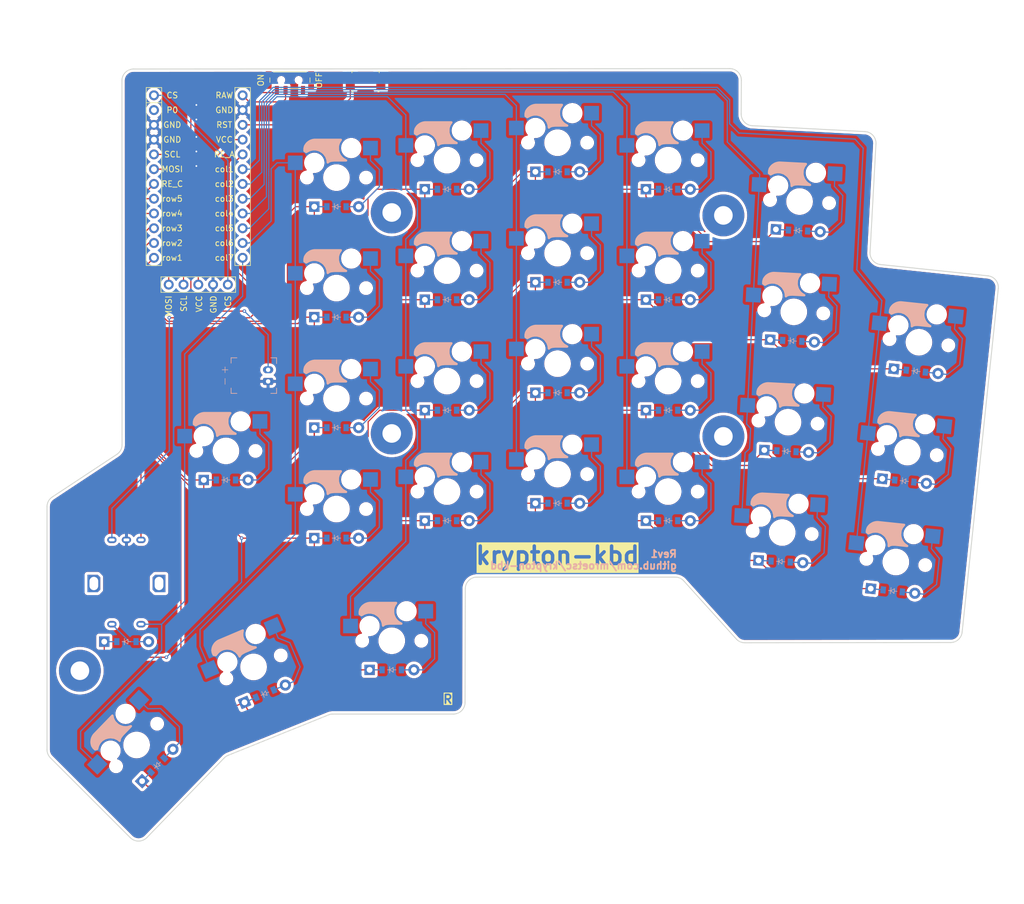
<source format=kicad_pcb>
(kicad_pcb (version 20241229) (generator "pcbnew") (generator_version "9.0")
  (title_block (title "Krypton Right") (date "2025-04-06") (rev "1") (company "mroetsc"))
  (layers (0 "F.Cu" signal) (2 "B.Cu" signal) (13 "F.Paste" user) (15 "B.Paste" user) (5 "F.SilkS" user "F.Silkscreen") (7 "B.SilkS" user "B.Silkscreen") (1 "F.Mask" user) (3 "B.Mask" user) (25 "Edge.Cuts" user))
  (net 0 "")
  (net 1 "col1")
  (net 2 "mirror_stretch_bottom")
  (net 3 "GND")
  (net 4 "mirror_stretch_home")
  (net 5 "mirror_stretch_top")
  (net 6 "col2")
  (net 7 "mirror_pinky_bottom")
  (net 8 "mirror_pinky_home")
  (net 9 "mirror_pinky_top")
  (net 10 "mirror_pinky_num")
  (net 11 "col3")
  (net 12 "mirror_ring_bottom")
  (net 13 "mirror_ring_home")
  (net 14 "mirror_ring_top")
  (net 15 "mirror_ring_num")
  (net 16 "col4")
  (net 17 "mirror_middle_bottom")
  (net 18 "mirror_middle_home")
  (net 19 "mirror_middle_top")
  (net 20 "mirror_middle_num")
  (net 21 "col5")
  (net 22 "mirror_index_bottom")
  (net 23 "mirror_index_home")
  (net 24 "mirror_index_top")
  (net 25 "mirror_index_num")
  (net 26 "col6")
  (net 27 "mirror_inner_bottom")
  (net 28 "mirror_inner_home")
  (net 29 "mirror_inner_top")
  (net 30 "mirror_inner_num")
  (net 31 "col7")
  (net 32 "mirror_brackets_home")
  (net 33 "mirror_super_cluster")
  (net 34 "mirror_space_cluster")
  (net 35 "mirror_layer_cluster")
  (net 36 "row4")
  (net 37 "row3")
  (net 38 "row2")
  (net 39 "row1")
  (net 40 "row5")
  (net 41 "RAW")
  (net 42 "RST")
  (net 43 "VCC")
  (net 44 "RE_A")
  (net 45 "CS")
  (net 46 "P0")
  (net 47 "SCL")
  (net 48 "MOSI")
  (net 49 "RE_C")
  (net 50 "mirror_encoder_encoder")
  (net 51 "BAT_P")
  (footprint "ceoloide:mounting_hole_plated" (layer "F.Cu") (at 247.580075 139.491273)
    (property "Reference" "H2" (hide yes))
    (property "Value" "")
  )
  (footprint "ceoloide:mcu_nice_nano" (layer "F.Cu") (at 157.330083 93.54128)
    (property "Reference" "MCU1" (hide yes))
    (property "Value" "")
  )
  (footprint "ceoloide:mounting_hole_plated" (layer "F.Cu") (at 136.980077 179.791272)
    (property "Reference" "H5" (hide yes))
    (property "Value" "")
  )
  (footprint "ceoloide:power_switch_smd_side" (layer "F.Cu") (at 173.080078 78.241277 90)
    (property "Reference" "PWR1" (hide yes))
    (property "Value" "")
  )
  (footprint "ceoloide:mounting_hole_plated" (layer "F.Cu") (at 190.580076 100.991274)
    (property "Reference" "H3" (hide yes))
    (property "Value" "")
  )
  (footprint "ceoloide:mounting_hole_plated" (layer "F.Cu") (at 190.58008 138.991273)
    (property "Reference" "H4" (hide yes))
    (property "Value" "")
  )
  (footprint "ceoloide:mounting_hole_plated" (layer "F.Cu") (at 247.580079 101.491278)
    (property "Reference" "H1" (hide yes))
    (property "Value" "")
  )
  (footprint "ceoloide:reset_switch_smd_side" (layer "F.Cu") (at 186.080069 78.491271)
    (property "Reference" "RST1" (hide yes))
    (property "Value" "")
  )
  (footprint "ceoloide:rotary_encoder_ec11_ec12" (layer "F.Cu") (at 144.980078 164.791276 180)
    (property "Reference" "RE1" (hide yes))
    (property "Value" "")
  )
  (footprint "ceoloide:display_nice_view" (layer "F.Cu") (at 157.330076 96.691275)
    (property "Reference" "DISP1" (hide yes))
    (property "Value" "")
  )
  (footprint "ceoloide:switch_mx" (layer "B.Cu") (at 190.580077 174.641275)
    (property "Reference" "S25" (hide yes))
    (property "Value" "")
  )
  (footprint "ceoloide:switch_mx" (layer "B.Cu") (at 181.080078 94.991275)
    (property "Reference" "S23" (hide yes))
    (property "Value" "")
  )
  (footprint "ceoloide:switch_mx" (layer "B.Cu") (at 219.080076 126.991274)
    (property "Reference" "S13" (hide yes))
    (property "Value" "")
  )
  (footprint "ceoloide:switch_mx" (layer "B.Cu") (at 238.080072 129.991272)
    (property "Reference" "S9" (hide yes))
    (property "Value" "")
  )
  (footprint "ceoloide:diode_tht_sod123" (layer "B.Cu") (at 258.421426 142.046338 -3)
    (property "Reference" "D5" (hide yes))
    (property "Value" "")
  )
  (footprint "ceoloide:diode_tht_sod123" (layer "B.Cu") (at 181.080075 156.991269)
    (property "Reference" "D20" (hide yes))
    (property "Value" "")
  )
  (footprint "ceoloide:switch_mx" (layer "B.Cu") (at 181.080086 151.991272)
    (property "Reference" "S20" (hide yes))
    (property "Value" "")
  )
  (footprint "ceoloide:switch_mx" (layer "B.Cu") (at 162.080077 141.991276)
    (property "Reference" "S24" (hide yes))
    (property "Value" "")
  )
  (footprint "ceoloide:diode_tht_sod123" (layer "B.Cu") (at 259.415808 123.07238 -3)
    (property "Reference" "D6" (hide yes))
    (property "Value" "")
  )
  (footprint "ceoloide:switch_mx" (layer "B.Cu") (at 146.726373 192.563414 46)
    (property "Reference" "S27" (hide yes))
    (property "Value" "")
  )
  (footprint "ceoloide:diode_tht_sod123" (layer "B.Cu") (at 219.080083 93.991274)
    (property "Reference" "D15" (hide yes))
    (property "Value" "")
  )
  (footprint "ceoloide:switch_mx" (layer "B.Cu") (at 281.187932 123.304235 -6)
    (property "Reference" "S3" (hide yes))
    (property "Value" "")
  )
  (footprint "ceoloide:diode_tht_sod123" (layer "B.Cu") (at 219.080078 150.991271)
    (property "Reference" "D12" (hide yes))
    (property "Value" "")
  )
  (footprint "ceoloide:diode_tht_sod123" (layer "B.Cu") (at 238.080076 115.991272)
    (property "Reference" "D10" (hide yes))
    (property "Value" "")
  )
  (footprint "ceoloide:diode_tht_sod123" (layer "B.Cu") (at 144.980077 174.791276)
    (property "Reference" "D28" (hide yes))
    (property "Value" "")
  )
  (footprint "ceoloide:diode_tht_sod123" (layer "B.Cu") (at 150.323078 196.036701 46)
    (property "Reference" "D27" (hide yes))
    (property "Value" "")
  )
  (footprint "ceoloide:diode_tht_sod123" (layer "B.Cu") (at 219.080079 131.991276)
    (property "Reference" "D13" (hide yes))
    (property "Value" "")
  )
  (footprint "ceoloide:diode_tht_sod123" (layer "B.Cu") (at 168.783731 183.743797 23)
    (property "Reference" "D26" (hide yes))
    (property "Value" "")
  )
  (footprint "ceoloide:switch_mx" (layer "B.Cu") (at 238.080079 148.991278)
    (property "Reference" "S8" (hide yes))
    (property "Value" "")
  )
  (footprint "ceoloide:switch_mx" (layer "B.Cu") (at 219.080083 145.991273)
    (property "Reference" "S12" (hide yes))
    (property "Value" "")
  )
  (footprint "ceoloide:diode_tht_sod123" (layer "B.Cu") (at 181.080074 137.991274)
    (property "Reference" "D21" (hide yes))
    (property "Value" "")
  )
  (footprint "ceoloide:switch_mx" (layer "B.Cu") (at 279.201889 142.200146 -6)
    (property "Reference" "S2" (hide yes))
    (property "Value" "")
  )
  (footprint "ceoloide:switch_mx" (layer "B.Cu") (at 277.215849 161.096063 -6)
    (property "Reference" "S1" (hide yes))
    (property "Value" "")
  )
  (footprint "ceoloide:battery_connector_jst_ph_2" (layer "B.Cu") (at 169.330077 129.041276 -90)
    (property "Reference" "JST1" (hide yes))
    (property "Value" "")
  )
  (footprint "ceoloide:diode_tht_sod123" (layer "B.Cu") (at 260.410186 104.09842 -3)
    (property "Reference" "D7" (hide yes))
    (property "Value" "")
  )
  (footprint "ceoloide:switch_mx" (layer "B.Cu") (at 257.688717 156.027151 -3)
    (property "Reference" "S4" (hide yes))
    (property "Value" "")
  )
  (footprint "ceoloide:switch_mx" (layer "B.Cu") (at 200.080082 129.991279)
    (property "Reference" "S17" (hide yes))
    (property "Value" "")
  )
  (footprint "ceoloide:diode_tht_sod123" (layer "B.Cu") (at 278.679244 147.172754 -6)
    (property "Reference" "D2" (hide yes))
    (property "Value" "")
  )
  (footprint "ceoloide:switch_mx" (layer "B.Cu") (at 181.080074 113.991275)
    (property "Reference" "S22" (hide yes))
    (property "Value" "")
  )
  (footprint "ceoloide:diode_tht_sod123" (layer "B.Cu") (at 257.427042 161.020297 -3)
    (property "Reference" "D4" (hide yes))
    (property "Value" "")
  )
  (footprint "ceoloide:diode_tht_sod123" (layer "B.Cu") (at 181.080086 118.991275)
    (property "Reference" "D22" (hide yes))
    (property "Value" "")
  )
  (footprint "ceoloide:switch_mx" (layer "B.Cu") (at 166.830081 179.141276 23)
    (property "Reference" "S26" (hide yes))
    (property "Value" "")
  )
  (footprint "ceoloide:diode_tht_sod123" (layer "B.Cu") (at 238.080082 153.991277)
    (property "Reference" "D8" (hide yes))
    (property "Value" "")
  )
  (footprint "ceoloide:diode_tht_sod123" (layer "B.Cu") (at 162.080081 146.991271)
    (property "Reference" "D24" (hide yes))
    (property "Value" "")
  )
  (footprint "ceoloide:switch_mx" (layer "B.Cu") (at 200.080076 91.991273)
    (property "Reference" "S19" (hide yes))
    (property "Value" "")
  )
  (footprint "ceoloide:switch_mx" (layer "B.Cu") (at 181.080077 132.991277)
    (property "Reference" "S21" (hide yes))
    (property "Value" "")
  )
  (footprint "ceoloide:diode_tht_sod123" (layer "B.Cu") (at 280.665284 128.276841 -6)
    (property "Reference" "D3" (hide yes))
    (property "Value" "")
  )
  (footprint "ceoloide:diode_tht_sod123" (layer "B.Cu") (at 200.080076 153.991276)
    (property "Reference" "D16" (hide yes))
    (property "Value" "")
  )
  (footprint "ceoloide:switch_mx" (layer "B.Cu") (at 238.080081 110.991274)
    (property "Reference" "S10" (hide yes))
    (property "Value" "")
  )
  (footprint "ceoloide:diode_tht_sod123" (layer "B.Cu") (at 219.08008 112.991271)
    (property "Reference" "D14" (hide yes))
    (property "Value" "")
  )
  (footprint "ceoloide:diode_tht_sod123" (layer "B.Cu") (at 200.080078 134.991274)
    (property "Reference" "D17" (hide yes))
    (property "Value" "")
  )
  (footprint "ceoloide:diode_tht_sod123" (layer "B.Cu") (at 238.080075 134.991272)
    (property "Reference" "D9" (hide yes))
    (property "Value" "")
  )
  (footprint "ceoloide:switch_mx" (layer "B.Cu") (at 219.080076 107.99127)
    (property "Reference" "S14" (hide yes))
    (property "Value" "")
  )
  (footprint "ceoloide:diode_tht_sod123" (layer "B.Cu") (at 276.693201 166.068669 -6)
    (property "Reference" "D1" (hide yes))
    (property "Value" "")
  )
  (footprint "ceoloide:diode_tht_sod123" (layer "B.Cu") (at 238.080071 96.991277)
    (property "Reference" "D11" (hide yes))
    (property "Value" "")
  )
  (footprint "ceoloide:switch_mx" (layer "B.Cu") (at 219.080073 88.991271)
    (property "Reference" "S15" (hide yes))
    (property "Value" "")
  )
  (footprint "ceoloide:diode_tht_sod123" (layer "B.Cu") (at 200.080076 115.991277)
    (property "Reference" "D18" (hide yes))
    (property "Value" "")
  )
  (footprint "ceoloide:switch_mx" (layer "B.Cu") (at 200.08008 110.991274)
    (property "Reference" "S18" (hide yes))
    (property "Value" "")
  )
  (footprint "ceoloide:diode_tht_sod123" (layer "B.Cu") (at 181.080072 99.991274)
    (property "Reference" "D23" (hide yes))
    (property "Value" "")
  )
  (footprint "ceoloide:switch_mx" (layer "B.Cu") (at 258.683104 137.053194 -3)
    (property "Reference" "S5" (hide yes))
    (property "Value" "")
  )
  (footprint "ceoloide:diode_tht_sod123" (layer "B.Cu") (at 190.580081 179.641281)
    (property "Reference" "D25" (hide yes))
    (property "Value" "")
  )
  (footprint "ceoloide:switch_mx" (layer "B.Cu") (at 260.671866 99.105273 -3)
    (property "Reference" "S7" (hide yes))
    (property "Value" "")
  )
  (footprint "ceoloide:switch_mx" (layer "B.Cu") (at 238.080074 91.991271)
    (property "Reference" "S11" (hide yes))
    (property "Value" "")
  )
  (footprint "ceoloide:switch_mx" (layer "B.Cu") (at 259.677485 118.079231 -3)
    (property "Reference" "S6" (hide yes))
    (property "Value" "")
  )
  (footprint "ceoloide:switch_mx" (layer "B.Cu") (at 200.080074 148.991269)
    (property "Reference" "S16" (hide yes))
    (property "Value" "")
  )
  (footprint "ceoloide:diode_tht_sod123" (layer "B.Cu") (at 200.080076 96.991278)
    (property "Reference" "D19" (hide yes))
    (property "Value" "")
  )
  (gr_line (start 131.915868 194.77706) (end 145.644811 208.506008) (stroke (width 0.15)) (layer "Edge.Cuts"))
  (gr_line (start 248.669473 76.242787) (end 146.204333 76.319778) (stroke (width 0.15)) (layer "Edge.Cuts"))
  (gr_line (start 272.79216 107.842835) (end 273.805391 89.182802) (stroke (width 0.15)) (layer "Edge.Cuts"))
  (gr_arc (start 161.785116 194.795079) (mid 162.104795 194.528069) (end 162.472849 194.333071) (stroke (width 0.15)) (layer "Edge.Cuts"))
  (gr_arc (start 131.915868 194.77706) (mid 131.482334 194.128211) (end 131.330072 193.362848) (stroke (width 0.15)) (layer "Edge.Cuts"))
  (gr_arc (start 293.046918 111.881253) (mid 294.392169 112.611648) (end 294.826907 114.079361) (stroke (width 0.15)) (layer "Edge.Cuts"))
  (gr_arc (start 203.225841 165.687023) (mid 203.813125 164.275563) (end 205.225836 163.691272) (stroke (width 0.15)) (layer "Edge.Cuts"))
  (gr_arc (start 252.539939 86.061801) (mid 251.190751 85.437955) (end 250.644632 84.055471) (stroke (width 0.15)) (layer "Edge.Cuts"))
  (gr_line (start 205.225836 163.691272) (end 239.291483 163.691273) (stroke (width 0.15)) (layer "Edge.Cuts"))
  (gr_line (start 203.184317 185.245518) (end 203.225841 165.687023) (stroke (width 0.15)) (layer "Edge.Cuts"))
  (gr_line (start 144.205837 78.32053) (end 144.229664 140.914867) (stroke (width 0.15)) (layer "Edge.Cuts"))
  (gr_line (start 131.330075 151.587191) (end 131.330072 193.362848) (stroke (width 0.15)) (layer "Edge.Cuts"))
  (gr_arc (start 248.669473 76.242787) (mid 250.087871 76.831242) (end 250.670955 78.251854) (stroke (width 0.15)) (layer "Edge.Cuts"))
  (gr_line (start 271.913009 87.077097) (end 252.539939 86.061801) (stroke (width 0.15)) (layer "Edge.Cuts"))
  (gr_line (start 148.49398 208.484952) (end 161.785116 194.795079) (stroke (width 0.15)) (layer "Edge.Cuts"))
  (gr_arc (start 288.617765 173.155368) (mid 287.967914 174.431811) (end 286.631185 174.946309) (stroke (width 0.15)) (layer "Edge.Cuts"))
  (gr_arc (start 239.291483 163.691273) (mid 240.103543 163.863543) (end 240.775688 164.350709) (stroke (width 0.15)) (layer "Edge.Cuts"))
  (gr_arc (start 148.493981 208.484951) (mid 147.073799 209.091737) (end 145.644811 208.506008) (stroke (width 0.15)) (layer "Edge.Cuts"))
  (gr_line (start 250.644632 84.055471) (end 250.670955 78.251854) (stroke (width 0.15)) (layer "Edge.Cuts"))
  (gr_arc (start 144.205837 78.32053) (mid 144.790823 76.906363) (end 146.204333 76.319778) (stroke (width 0.15)) (layer "Edge.Cuts"))
  (gr_arc (start 179.7205 187.386106) (mid 180.087158 187.277818) (end 180.467724 187.241275) (stroke (width 0.15)) (layer "Edge.Cuts"))
  (gr_arc (start 271.913009 87.077097) (mid 273.295871 87.73751) (end 273.805391 89.182802) (stroke (width 0.15)) (layer "Edge.Cuts"))
  (gr_arc (start 131.330075 151.587191) (mid 131.568749 150.639666) (end 132.227854 149.918326) (stroke (width 0.15)) (layer "Edge.Cuts"))
  (gr_arc (start 144.229664 140.914867) (mid 143.991167 141.862808) (end 143.331894 142.584492) (stroke (width 0.15)) (layer "Edge.Cuts"))
  (gr_line (start 143.331894 142.584492) (end 132.227854 149.918326) (stroke (width 0.15)) (layer "Edge.Cuts"))
  (gr_arc (start 203.184317 185.245518) (mid 202.597031 186.65698) (end 201.184327 187.241275) (stroke (width 0.15)) (layer "Edge.Cuts"))
  (gr_line (start 251.276289 174.989866) (end 286.631185 174.946309) (stroke (width 0.15)) (layer "Edge.Cuts"))
  (gr_arc (start 274.580158 109.940323) (mid 273.267165 109.248741) (end 272.79216 107.842835) (stroke (width 0.15)) (layer "Edge.Cuts"))
  (gr_line (start 240.775688 164.350709) (end 249.789623 174.330442) (stroke (width 0.15)) (layer "Edge.Cuts"))
  (gr_line (start 293.046918 111.881253) (end 274.580158 109.940323) (stroke (width 0.15)) (layer "Edge.Cuts"))
  (gr_line (start 162.472849 194.333071) (end 179.7205 187.386106) (stroke (width 0.15)) (layer "Edge.Cuts"))
  (gr_line (start 180.467724 187.241275) (end 201.184327 187.241275) (stroke (width 0.15)) (layer "Edge.Cuts"))
  (gr_line (start 288.617765 173.155368) (end 294.826907 114.079361) (stroke (width 0.15)) (layer "Edge.Cuts"))
  (gr_arc (start 251.276289 174.989866) (mid 250.462896 174.818099) (end 249.789623 174.330442) (stroke (width 0.15)) (layer "Edge.Cuts"))
  (gr_text "R" (at 199.261854 185.562244 0) (layer "F.SilkS" knockout) (effects (font (size 1.5 1.5) (thickness 0.3) (bold yes)) (justify left bottom)))
  (gr_text "krypton-kbd" (at 219.080073 159.991275 0) (layer "F.SilkS" knockout) (effects (font (size 3 3) (thickness 0.6) (bold yes))))
  (gr_text "Rev1\ngithub.com/mroetsc/krypton-kbd" (at 239.749799 162.449494 0) (layer "B.SilkS") (effects (font (size 1.25 1.25) (thickness 0.3) (bold yes)) (justify left bottom mirror)))
  (segment (start 168.08047 81.573268) (end 167.84557 81.808167) (width 0.2) (layer "B.Cu") (net 1))
  (segment (start 270.210521 88.372108) (end 250.237932 87.325389) (width 0.2) (layer "B.Cu") (net 1))
  (segment (start 167.84557 81.808167) (end 167.84557 82.140368) (width 0.2) (layer "B.Cu") (net 1))
  (segment (start 274.815798 116.150466) (end 270.510145 110.833428) (width 0.2) (layer "B.Cu") (net 1))
  (segment (start 270.510145 110.833428) (end 271.606068 89.922018) (width 0.2) (layer "B.Cu") (net 1))
  (segment (start 271.606068 89.922018) (end 270.210521 88.372108) (width 0.2) (layer "B.Cu") (net 1))
  (segment (start 248.650799 85.738257) (end 248.650799 81.613398) (width 0.2) (layer "B.Cu") (net 1))
  (segment (start 169.944571 79.709169) (end 168.08047 81.573268) (width 0.2) (layer "B.Cu") (net 1))
  (segment (start 250.237932 87.325389) (end 248.650799 85.738257) (width 0.2) (layer "B.Cu") (net 1))
  (segment (start 166.27856 93.54128) (end 164.950082 93.541278) (width 0.2) (layer "B.Cu") (net 1))
  (segment (start 272.4212 138.93347) (end 270.435162 157.829395) (width 0.2) (layer "B.Cu") (net 1))
  (segment (start 248.650799 81.613398) (end 246.51167 79.474269) (width 0.2) (layer "B.Cu") (net 1))
  (segment (start 246.345571 79.474268) (end 170.179469 79.474267) (width 0.2) (layer "B.Cu") (net 1))
  (segment (start 167.845569 91.974268) (end 166.27856 93.54128) (width 0.2) (layer "B.Cu") (net 1))
  (segment (start 170.179469 79.474267) (end 169.944571 79.709169) (width 0.2) (layer "B.Cu") (net 1))
  (segment (start 246.51167 79.474269) (end 246.345571 79.474268) (width 0.2) (layer "B.Cu") (net 1))
  (segment (start 274.407246 120.037564) (end 274.815798 116.150466) (width 0.2) (layer "B.Cu") (net 1))
  (segment (start 274.407246 120.037559) (end 272.4212 138.93347) (width 0.2) (layer "B.Cu") (net 1))
  (segment (start 167.84557 82.140368) (end 167.845569 91.974268) (width 0.2) (layer "B.Cu") (net 1))
  (segment (start 280.482332 166.466928) (end 282.132265 166.640343) (width 0.2) (layer "B.Cu") (net 2))
  (segment (start 284.685579 160.478269) (end 283.330795 158.80526) (width 0.2) (layer "B.Cu") (net 2))
  (segment (start 283.330795 158.80526) (end 283.556847 156.654542) (width 0.2) (layer "B.Cu") (net 2))
  (segment (start 278.334161 166.24114) (end 280.482332 166.466928) (width 0.2) (layer "B.Cu") (net 2))
  (segment (start 282.132265 166.640343) (end 284.215195 164.953621) (width 0.2) (layer "B.Cu") (net 2))
  (segment (start 284.215195 164.953621) (end 284.685579 160.478269) (width 0.2) (layer "B.Cu") (net 2))
  (via (at 157 88) (size 0.6) (drill 0.3) (layers "F.Cu" "B.Cu") (net 3))
  (via (at 157 85) (size 0.6) (drill 0.3) (layers "F.Cu" "B.Cu") (net 3))
  (via (at 157 93) (size 0.6) (drill 0.3) (layers "F.Cu" "B.Cu") (net 3))
  (via (at 157 90.5) (size 0.6) (drill 0.3) (layers "F.Cu" "B.Cu") (net 3))
  (via (at 157 82.5) (size 0.6) (drill 0.3) (layers "F.Cu" "B.Cu") (net 3))
  (segment (start 282.468373 147.571002) (end 284.118301 147.744422) (width 0.2) (layer "B.Cu") (net 4))
  (segment (start 280.320203 147.345226) (end 282.468373 147.571002) (width 0.2) (layer "B.Cu") (net 4))
  (segment (start 284.118301 147.744422) (end 286.201241 146.0577) (width 0.2) (layer "B.Cu") (net 4))
  (segment (start 286.201241 146.0577) (end 286.671614 141.582348) (width 0.2) (layer "B.Cu") (net 4))
  (segment (start 285.316844 139.909344) (end 285.54289 137.758629) (width 0.2) (layer "B.Cu") (net 4))
  (segment (start 286.671614 141.582348) (end 285.316844 139.909344) (width 0.2) (layer "B.Cu") (net 4))
  (segment (start 282.306243 128.449312) (end 284.454418 128.675093) (width 0.2) (layer "B.Cu") (net 5))
  (segment (start 287.302875 121.013428) (end 287.528931 118.862715) (width 0.2) (layer "B.Cu") (net 5))
  (segment (start 288.187277 127.161779) (end 288.657662 122.68643) (width 0.2) (layer "B.Cu") (net 5))
  (segment (start 288.657662 122.68643) (end 287.302875 121.013428) (width 0.2) (layer "B.Cu") (net 5))
  (segment (start 284.454418 128.675093) (end 286.104345 128.848504) (width 0.2) (layer "B.Cu") (net 5))
  (segment (start 286.104345 128.848504) (end 288.187277 127.161779) (width 0.2) (layer "B.Cu") (net 5))
  (segment (start 252.258511 138.127828) (end 252.075337 141.623032) (width 0.2) (layer "B.Cu") (net 6))
  (segment (start 168.427816 81.793024) (end 168.481469 81.73937) (width 0.2) (layer "B.Cu") (net 6))
  (segment (start 168.481469 81.73937) (end 168.481469 81.739371) (width 0.2) (layer "B.Cu") (net 6))
  (segment (start 251.572015 137.365397) (end 252.258511 138.127828) (width 0.2) (layer "B.Cu") (net 6))
  (segment (start 166.238561 96.081277) (end 168.24657 94.073269) (width 0.2) (layer "B.Cu") (net 6))
  (segment (start 248.249799 85.904357) (end 248.2498 88.869421) (width 0.2) (layer "B.Cu") (net 6))
  (segment (start 168.246571 81.974264) (end 168.427816 81.793024) (width 0.2) (layer "B.Cu") (net 6))
  (segment (start 168.246571 81.974266) (end 168.246571 81.974264) (width 0.2) (layer "B.Cu") (net 6))
  (segment (start 248.2498 88.869421) (end 253.821577 94.4412) (width 0.2) (layer "B.Cu") (net 6))
  (segment (start 170.110673 80.110168) (end 170.204633 80.016207) (width 0.2) (layer "B.Cu") (net 6))
  (segment (start 251.312909 142.309525) (end 250.746364 153.119839) (width 0.2) (layer "B.Cu") (net 6))
  (segment (start 248.249799 85.572157) (end 248.249799 85.904357) (width 0.2) (layer "B.Cu") (net 6))
  (segment (start 253.821577 94.4412) (end 253.729511 96.197954) (width 0.2) (layer "B.Cu") (net 6))
  (segment (start 253.729517 96.197952) (end 251.572015 137.365397) (width 0.2) (layer "B.Cu") (net 6))
  (segment (start 168.24657 94.073269) (end 168.246571 81.974266) (width 0.2) (layer "B.Cu") (net 6))
  (segment (start 246.345568 79.875268) (end 248.249799 81.779498) (width 0.2) (layer "B.Cu") (net 6))
  (segment (start 170.204633 80.016207) (end 170.345571 79.875269) (width 0.2) (layer "B.Cu") (net 6))
  (segment (start 164.95008 96.081278) (end 166.238561 96.081277) (width 0.2) (layer "B.Cu") (net 6))
  (segment (start 252.075337 141.623032) (end 251.312909 142.309525) (width 0.2) (layer "B.Cu") (net 6))
  (segment (start 248.249799 81.779498) (end 248.249799 85.572157) (width 0.2) (layer "B.Cu") (net 6))
  (segment (start 168.481469 81.739371) (end 170.110672 80.110167) (width 0.2) (layer "B.Cu") (net 6))
  (segment (start 170.345571 79.875269) (end 170.345571 79.875268) (width 0.2) (layer "B.Cu") (net 6))
  (segment (start 170.345571 79.875268) (end 246.345568 79.875268) (width 0.2) (layer "B.Cu") (net 6))
  (segment (start 170.110672 80.110167) (end 170.110673 80.110168) (width 0.2) (layer "B.Cu") (net 6))
  (segment (start 262.888564 161.306522) (end 264.880363 159.513108) (width 0.2) (layer "B.Cu") (net 7))
  (segment (start 261.231819 161.2197) (end 262.888564 161.306522) (width 0.2) (layer "B.Cu") (net 7))
  (segment (start 265.115873 155.01927) (end 263.675404 153.419458) (width 0.2) (layer "B.Cu") (net 7))
  (segment (start 264.880363 159.513108) (end 265.115873 155.01927) (width 0.2) (layer "B.Cu") (net 7))
  (segment (start 259.074783 161.106659) (end 261.231819 161.2197) (width 0.2) (layer "B.Cu") (net 7))
  (segment (start 263.675404 153.419458) (end 263.788581 151.259863) (width 0.2) (layer "B.Cu") (net 7))
  (segment (start 262.226202 142.24574) (end 263.882946 142.332564) (width 0.2) (layer "B.Cu") (net 8))
  (segment (start 265.874749 140.539143) (end 266.110258 136.045299) (width 0.2) (layer "B.Cu") (net 8))
  (segment (start 263.882946 142.332564) (end 265.874749 140.539143) (width 0.2) (layer "B.Cu") (net 8))
  (segment (start 264.669788 134.445498) (end 264.782963 132.285895) (width 0.2) (layer "B.Cu") (net 8))
  (segment (start 260.069166 142.1327) (end 262.226202 142.24574) (width 0.2) (layer "B.Cu") (net 8))
  (segment (start 266.110258 136.045299) (end 264.669788 134.445498) (width 0.2) (layer "B.Cu") (net 8))
  (segment (start 265.664171 115.471536) (end 265.777343 113.311939) (width 0.2) (layer "B.Cu") (net 9))
  (segment (start 261.063545 123.158731) (end 263.220586 123.271784) (width 0.2) (layer "B.Cu") (net 9))
  (segment (start 264.877335 123.358601) (end 266.869131 121.565179) (width 0.2) (layer "B.Cu") (net 9))
  (segment (start 267.104646 117.071347) (end 265.664171 115.471536) (width 0.2) (layer "B.Cu") (net 9))
  (segment (start 263.220586 123.271784) (end 264.877335 123.358601) (width 0.2) (layer "B.Cu") (net 9))
  (segment (start 266.869131 121.565179) (end 267.104646 117.071347) (width 0.2) (layer "B.Cu") (net 9))
  (segment (start 264.214969 104.297817) (end 265.871722 104.384643) (width 0.2) (layer "B.Cu") (net 10))
  (segment (start 265.871722 104.384643) (end 267.863509 102.591223) (width 0.2) (layer "B.Cu") (net 10))
  (segment (start 267.863509 102.591223) (end 268.099027 98.097387) (width 0.2) (layer "B.Cu") (net 10))
  (segment (start 268.099027 98.097387) (end 266.658547 96.497576) (width 0.2) (layer "B.Cu") (net 10))
  (segment (start 262.057927 104.184773) (end 264.214969 104.297817) (width 0.2) (layer "B.Cu") (net 10))
  (segment (start 266.658547 96.497576) (end 266.77173 94.33798) (width 0.2) (layer "B.Cu") (net 10))
  (segment (start 230.995074 108.451273) (end 230.995081 127.451274) (width 0.2) (layer "B.Cu") (net 11))
  (segment (start 164.95008 98.621281) (end 166.198558 98.621281) (width 0.2) (layer "B.Cu") (net 11))
  (segment (start 230.995081 127.451274) (end 230.995076 146.451276) (width 0.2) (layer "B.Cu") (net 11))
  (segment (start 166.198558 98.621281) (end 168.647571 96.172268) (width 0.2) (layer "B.Cu") (net 11))
  (segment (start 168.64757 82.140369) (end 170.51167 80.27627) (width 0.2) (layer "B.Cu") (net 11))
  (segment (start 168.647571 96.172268) (end 168.647569 94.239369) (width 0.2) (layer "B.Cu") (net 11))
  (segment (start 228.647569 80.276268) (end 230.995073 82.623772) (width 0.2) (layer "B.Cu") (net 11))
  (segment (start 168.647569 94.239369) (end 168.64757 93.907166) (width 0.2) (layer "B.Cu") (net 11))
  (segment (start 230.995073 82.623772) (end 230.995074 89.451269) (width 0.2) (layer "B.Cu") (net 11))
  (segment (start 168.64757 93.907166) (end 168.64757 82.140369) (width 0.2) (layer "B.Cu") (net 11))
  (segment (start 230.995076 89.451279) (end 230.995074 108.451273) (width 0.2) (layer "B.Cu") (net 11))
  (segment (start 170.51167 80.27627) (end 228.647569 80.276268) (width 0.2) (layer "B.Cu") (net 11))
  (segment (start 243.922077 146.073834) (end 243.922083 143.911272) (width 0.2) (layer "B.Cu") (net 12))
  (segment (start 245.444306 147.596065) (end 243.922077 146.073834) (width 0.2) (layer "B.Cu") (net 12))
  (segment (start 243.549092 153.991271) (end 245.444303 152.096062) (width 0.2) (layer "B.Cu") (net 12))
  (segment (start 245.444303 152.096062) (end 245.444306 147.596065) (width 0.2) (layer "B.Cu") (net 12))
  (segment (start 241.890074 153.991274) (end 243.549092 153.991271) (width 0.2) (layer "B.Cu") (net 12))
  (segment (start 239.730079 153.991275) (end 241.890074 153.991274) (width 0.2) (layer "B.Cu") (net 12))
  (segment (start 245.444308 133.096069) (end 245.444305 128.596061) (width 0.2) (layer "B.Cu") (net 13))
  (segment (start 239.730078 134.991269) (end 241.890074 134.991276) (width 0.2) (layer "B.Cu") (net 13))
  (segment (start 243.922082 127.073833) (end 243.922077 124.911273) (width 0.2) (layer "B.Cu") (net 13))
  (segment (start 245.444305 128.596061) (end 243.922082 127.073833) (width 0.2) (layer "B.Cu") (net 13))
  (segment (start 241.890074 134.991276) (end 243.549098 134.991273) (width 0.2) (layer "B.Cu") (net 13))
  (segment (start 243.549098 134.991273) (end 245.444308 133.096069) (width 0.2) (layer "B.Cu") (net 13))
  (segment (start 241.89008 115.991273) (end 243.549095 115.991276) (width 0.2) (layer "B.Cu") (net 14))
  (segment (start 245.444308 109.59607) (end 243.922075 108.073836) (width 0.2) (layer "B.Cu") (net 14))
  (segment (start 245.444307 114.096061) (end 245.444308 109.59607) (width 0.2) (layer "B.Cu") (net 14))
  (segment (start 243.549095 115.991276) (end 245.444307 114.096061) (width 0.2) (layer "B.Cu") (net 14))
  (segment (start 243.922075 108.073836) (end 243.922078 105.911277) (width 0.2) (layer "B.Cu") (net 14))
  (segment (start 239.730083 115.991272) (end 241.89008 115.991273) (width 0.2) (layer "B.Cu") (net 14))
  (segment (start 239.730082 96.991274) (end 241.890079 96.991274) (width 0.2) (layer "B.Cu") (net 15))
  (segment (start 245.444306 95.096067) (end 245.444302 90.596064) (width 0.2) (layer "B.Cu") (net 15))
  (segment (start 243.549095 96.991276) (end 245.444306 95.096067) (width 0.2) (layer "B.Cu") (net 15))
  (segment (start 243.922071 89.073838) (end 243.922083 86.911274) (width 0.2) (layer "B.Cu") (net 15))
  (segment (start 241.890079 96.991274) (end 243.549095 96.991276) (width 0.2) (layer "B.Cu") (net 15))
  (segment (start 245.444302 90.596064) (end 243.922071 89.073838) (width 0.2) (layer "B.Cu") (net 15))
  (segment (start 164.950083 101.161277) (end 166.15856 101.161277) (width 0.2) (layer "B.Cu") (net 16))
  (segment (start 210.048569 80.677267) (end 211.995077 82.623773) (width 0.2) (layer "B.Cu") (net 16))
  (segment (start 211.995077 82.623773) (end 211.995077 86.45127) (width 0.2) (layer "B.Cu") (net 16))
  (segment (start 211.995073 105.451267) (end 211.995075 124.451275) (width 0.2) (layer "B.Cu") (net 16))
  (segment (start 211.995075 124.451275) (end 211.995079 143.451268) (width 0.2) (layer "B.Cu") (net 16))
  (segment (start 211.995076 86.451272) (end 211.995073 105.451267) (width 0.2) (layer "B.Cu") (net 16))
  (segment (start 169.04857 98.271267) (end 169.048569 96.338366) (width 0.2) (layer "B.Cu") (net 16))
  (segment (start 169.048569 96.338366) (end 169.048571 96.006165) (width 0.2) (layer "B.Cu") (net 16))
  (segment (start 169.048571 96.006165) (end 169.048571 94.405467) (width 0.2) (layer "B.Cu") (net 16))
  (segment (start 166.15856 101.161277) (end 169.04857 98.271267) (width 0.2) (layer "B.Cu") (net 16))
  (segment (start 169.048569 93.741068) (end 169.048569 82.306469) (width 0.2) (layer "B.Cu") (net 16))
  (segment (start 169.048568 94.073266) (end 169.048569 93.741068) (width 0.2) (layer "B.Cu") (net 16))
  (segment (start 169.048569 82.306469) (end 170.677772 80.677269) (width 0.2) (layer "B.Cu") (net 16))
  (segment (start 169.048571 94.405467) (end 169.048568 94.073266) (width 0.2) (layer "B.Cu") (net 16))
  (segment (start 170.677772 80.677269) (end 210.048569 80.677267) (width 0.2) (layer "B.Cu") (net 16))
  (segment (start 224.549096 150.991276) (end 226.44431 149.09606) (width 0.2) (layer "B.Cu") (net 17))
  (segment (start 224.922074 143.073833) (end 224.92207 140.911273) (width 0.2) (layer "B.Cu") (net 17))
  (segment (start 222.89008 150.991269) (end 224.549096 150.991276) (width 0.2) (layer "B.Cu") (net 17))
  (segment (start 226.444305 144.596059) (end 224.922074 143.073833) (width 0.2) (layer "B.Cu") (net 17))
  (segment (start 226.44431 149.09606) (end 226.444305 144.596059) (width 0.2) (layer "B.Cu") (net 17))
  (segment (start 220.73007 150.99127) (end 222.89008 150.991269) (width 0.2) (layer "B.Cu") (net 17))
  (segment (start 226.444305 125.596065) (end 224.922076 124.073833) (width 0.2) (layer "B.Cu") (net 18))
  (segment (start 224.922076 124.073833) (end 224.922077 121.911276) (width 0.2) (layer "B.Cu") (net 18))
  (segment (start 224.549095 131.991271) (end 226.444305 130.096066) (width 0.2) (layer "B.Cu") (net 18))
  (segment (start 220.73008 131.991275) (end 222.890077 131.991271) (width 0.2) (layer "B.Cu") (net 18))
  (segment (start 222.890077 131.991271) (end 224.549095 131.991271) (width 0.2) (layer "B.Cu") (net 18))
  (segment (start 226.444305 130.096066) (end 226.444305 125.596065) (width 0.2) (layer "B.Cu") (net 18))
  (segment (start 220.730078 112.991273) (end 222.890076 112.991272) (width 0.2) (layer "B.Cu") (net 19))
  (segment (start 224.922074 105.073831) (end 224.922082 102.911274) (width 0.2) (layer "B.Cu") (net 19))
  (segment (start 226.444306 111.096064) (end 226.444306 106.596063) (width 0.2) (layer "B.Cu") (net 19))
  (segment (start 224.549096 112.991277) (end 226.444306 111.096064) (width 0.2) (layer "B.Cu") (net 19))
  (segment (start 222.890076 112.991272) (end 224.549096 112.991277) (width 0.2) (layer "B.Cu") (net 19))
  (segment (start 226.444306 106.596063) (end 224.922074 105.073831) (width 0.2) (layer "B.Cu") (net 19))
  (segment (start 224.922071 86.073837) (end 224.922075 83.911272) (width 0.2) (layer "B.Cu") (net 20))
  (segment (start 226.444307 87.596066) (end 224.922071 86.073837) (width 0.2) (layer "B.Cu") (net 20))
  (segment (start 220.730074 93.991274) (end 222.89008 93.991278) (width 0.2) (layer "B.Cu") (net 20))
  (segment (start 224.549097 93.991274) (end 226.444303 92.096061) (width 0.2) (layer "B.Cu") (net 20))
  (segment (start 226.444303 92.096061) (end 226.444307 87.596066) (width 0.2) (layer "B.Cu") (net 20))
  (segment (start 222.89008 93.991278) (end 224.549097 93.991274) (width 0.2) (layer "B.Cu") (net 20))
  (segment (start 192.995079 157.545292) (end 183.495076 167.04529) (width 0.2) (layer "B.Cu") (net 21))
  (segment (start 170.84387 81.07827) (end 189.84557 81.078267) (width 0.2) (layer "B.Cu") (net 21))
  (segment (start 189.84557 81.078267) (end 192.995079 84.227774) (width 0.2) (layer "B.Cu") (net 21))
  (segment (start 169.449568 95.840068) (end 169.449571 94.571565) (width 0.2) (layer "B.Cu") (net 21))
  (segment (start 183.495076 167.04529) (end 183.495075 172.101274) (width 0.2) (layer "B.Cu") (net 21))
  (segment (start 169.449569 98.437366) (end 169.44957 98.105165) (width 0.2) (layer "B.Cu") (net 21))
  (segment (start 192.995075 96.986273) (end 195.000076 98.991274) (width 0.2) (layer "B.Cu") (net 21))
  (segment (start 169.44957 98.105165) (end 169.449568 96.504467) (width 0.2) (layer "B.Cu") (net 21))
  (segment (start 192.995075 127.498287) (end 192.995075 134.986272) (width 0.2) (layer "B.Cu") (net 21))
  (segment (start 169.449571 96.172268) (end 169.449568 95.840068) (width 0.2) (layer "B.Cu") (net 21))
  (segment (start 192.995079 84.227774) (end 192.995077 89.451277) (width 0.2) (layer "B.Cu") (net 21))
  (segment (start 169.449568 94.239368) (end 169.44957 93.907168) (width 0.2) (layer "B.Cu") (net 21))
  (segment (start 195.000076 103.540293) (end 192.995078 105.54529) (width 0.2) (layer "B.Cu") (net 21))
  (segment (start 192.995078 105.54529) (end 192.995077 108.451271) (width 0.2) (layer "B.Cu") (net 21))
  (segment (start 195.000076 136.991274) (end 195.000076 141.587306) (width 0.2) (layer "B.Cu") (net 21))
  (segment (start 192.995075 89.451272) (end 192.995075 96.986273) (width 0.2) (layer "B.Cu") (net 21))
  (segment (start 169.449568 82.472567) (end 170.84387 81.07827) (width 0.2) (layer "B.Cu") (net 21))
  (segment (start 169.449571 94.571565) (end 169.449568 94.239368) (width 0.2) (layer "B.Cu") (net 21))
  (segment (start 192.995073 146.451274) (end 192.995079 157.545292) (width 0.2) (layer "B.Cu") (net 21))
  (segment (start 169.44957 93.574969) (end 169.449568 82.472567) (width 0.2) (layer "B.Cu") (net 21))
  (segment (start 169.449569 100.370267) (end 169.449569 98.437366) (width 0.2) (layer "B.Cu") (net 21))
  (segment (start 192.995075 134.986272) (end 195.000076 136.991274) (width 0.2) (layer "B.Cu") (net 21))
  (segment (start 195.000076 141.587306) (end 192.995076 143.592306) (width 0.2) (layer "B.Cu") (net 21))
  (segment (start 192.995076 143.592306) (end 192.995079 146.498286) (width 0.2) (layer "B.Cu") (net 21))
  (segment (start 169.44957 93.907168) (end 169.44957 93.574969) (width 0.2) (layer "B.Cu") (net 21))
  (segment (start 164.950083 103.701278) (end 166.118561 103.70128) (width 0.2) (layer "B.Cu") (net 21))
  (segment (start 192.995077 108.451271) (end 192.99508 127.451275) (width 0.2) (layer "B.Cu") (net 21))
  (segment (start 166.118561 103.70128) (end 169.449569 100.370267) (width 0.2) (layer "B.Cu") (net 21))
  (segment (start 195.000076 98.991274) (end 195.000076 103.540293) (width 0.2) (layer "B.Cu") (net 21))
  (segment (start 169.449568 96.504467) (end 169.449571 96.172268) (width 0.2) (layer "B.Cu") (net 21))
  (segment (start 201.730074 153.991273) (end 203.890076 153.991273) (width 0.2) (layer "B.Cu") (net 22))
  (segment (start 207.444307 152.096057) (end 207.444313 147.59606) (width 0.2) (layer "B.Cu") (net 22))
  (segment (start 203.890076 153.991273) (end 205.549093 153.991275) (width 0.2) (layer "B.Cu") (net 22))
  (segment (start 205.549093 153.991275) (end 207.444307 152.096057) (width 0.2) (layer "B.Cu") (net 22))
  (segment (start 207.444313 147.59606) (end 205.922076 146.073833) (width 0.2) (layer "B.Cu") (net 22))
  (segment (start 205.922076 146.073833) (end 205.922074 143.911272) (width 0.2) (layer "B.Cu") (net 22))
  (segment (start 207.444308 128.596063) (end 205.922083 127.073841) (width 0.2) (layer "B.Cu") (net 23))
  (segment (start 205.922083 127.073841) (end 205.92207 124.911279) (width 0.2) (layer "B.Cu") (net 23))
  (segment (start 207.44431 133.096066) (end 207.444308 128.596063) (width 0.2) (layer "B.Cu") (net 23))
  (segment (start 201.730074 134.991273) (end 203.890079 134.991276) (width 0.2) (layer "B.Cu") (net 23))
  (segment (start 203.890079 134.991276) (end 205.549094 134.991273) (width 0.2) (layer "B.Cu") (net 23))
  (segment (start 205.549094 134.991273) (end 207.44431 133.096066) (width 0.2) (layer "B.Cu") (net 23))
  (segment (start 205.549098 115.991273) (end 207.444308 114.096066) (width 0.2) (layer "B.Cu") (net 24))
  (segment (start 207.444308 114.096066) (end 207.444307 109.596064) (width 0.2) (layer "B.Cu") (net 24))
  (segment (start 207.444307 109.596064) (end 205.922082 108.073832) (width 0.2) (layer "B.Cu") (net 24))
  (segment (start 203.890076 115.991274) (end 205.549098 115.991273) (width 0.2) (layer "B.Cu") (net 24))
  (segment (start 201.730075 115.991271) (end 203.890076 115.991274) (width 0.2) (layer "B.Cu") (net 24))
  (segment (start 205.922082 108.073832) (end 205.922079 105.911267) (width 0.2) (layer "B.Cu") (net 24))
  (segment (start 201.730079 96.991273) (end 203.890072 96.991274) (width 0.2) (layer "B.Cu") (net 25))
  (segment (start 205.922073 89.073834) (end 205.922078 86.911272) (width 0.2) (layer "B.Cu") (net 25))
  (segment (start 203.890072 96.991274) (end 205.549093 96.991275) (width 0.2) (layer "B.Cu") (net 25))
  (segment (start 207.444304 90.596058) (end 205.922073 89.073834) (width 0.2) (layer "B.Cu") (net 25))
  (segment (start 205.549093 96.991275) (end 207.444311 95.096069) (width 0.2) (layer "B.Cu") (net 25))
  (segment (start 207.444311 95.096069) (end 207.444304 90.596058) (width 0.2) (layer "B.Cu") (net 25))
  (segment (start 157.625935 172.693903) (end 157.625934 175.590335) (width 0.2) (layer "B.Cu") (net 26))
  (segment (start 169.850572 93.469267) (end 170.868563 92.451277) (width 0.2) (layer "B.Cu") (net 26))
  (segment (start 169.85057 102.469268) (end 169.850572 93.469267) (width 0.2) (layer "B.Cu") (net 26))
  (segment (start 173.995075 111.451274) (end 173.995078 130.451272) (width 0.2) (layer "B.Cu") (net 26))
  (segment (start 164.950082 106.24128) (end 166.07856 106.241276) (width 0.2) (layer "B.Cu") (net 26))
  (segment (start 157.625934 175.590335) (end 159.315851 179.571527) (width 0.2) (layer "B.Cu") (net 26))
  (segment (start 173.995074 92.451275) (end 173.995075 111.451274) (width 0.2) (layer "B.Cu") (net 26))
  (segment (start 173.995078 130.451272) (end 173.995076 149.451274) (width 0.2) (layer "B.Cu") (net 26))
  (segment (start 173.995083 156.324753) (end 157.625935 172.693903) (width 0.2) (layer "B.Cu") (net 26))
  (segment (start 166.07856 106.241276) (end 169.85057 102.469268) (width 0.2) (layer "B.Cu") (net 26))
  (segment (start 170.868563 92.451277) (end 173.995078 92.451273) (width 0.2) (layer "B.Cu") (net 26))
  (segment (start 173.995082 149.451275) (end 173.995083 156.324753) (width 0.2) (layer "B.Cu") (net 26))
  (segment (start 188.444311 155.096061) (end 188.4443 150.596068) (width 0.2) (layer "B.Cu") (net 27))
  (segment (start 184.890077 156.991274) (end 186.549091 156.991274) (width 0.2) (layer "B.Cu") (net 27))
  (segment (start 186.549091 156.991274) (end 188.444311 155.096061) (width 0.2) (layer "B.Cu") (net 27))
  (segment (start 182.730075 156.991276) (end 184.890077 156.991274) (width 0.2) (layer "B.Cu") (net 27))
  (segment (start 186.922073 149.073829) (end 186.92208 146.911278) (width 0.2) (layer "B.Cu") (net 27))
  (segment (start 188.4443 150.596068) (end 186.922073 149.073829) (width 0.2) (layer "B.Cu") (net 27))
  (segment (start 185.000078 137.991272) (end 188.444308 134.547043) (width 0.2) (layer "B.Cu") (net 28))
  (segment (start 182.730077 137.991275) (end 185.000078 137.991272) (width 0.2) (layer "B.Cu") (net 28))
  (segment (start 188.444308 134.547043) (end 188.444307 131.596065) (width 0.2) (layer "B.Cu") (net 28))
  (segment (start 188.444307 131.596065) (end 186.922076 130.07383) (width 0.2) (layer "B.Cu") (net 28))
  (segment (start 186.922076 130.07383) (end 186.922078 127.911275) (width 0.2) (layer "B.Cu") (net 28))
  (segment (start 186.549099 118.991268) (end 188.44431 117.096067) (width 0.2) (layer "B.Cu") (net 29))
  (segment (start 188.44431 117.096067) (end 188.444306 112.596062) (width 0.2) (layer "B.Cu") (net 29))
  (segment (start 182.730074 118.991273) (end 184.890076 118.991273) (width 0.2) (layer "B.Cu") (net 29))
  (segment (start 188.444306 112.596062) (end 186.922082 111.073829) (width 0.2) (layer "B.Cu") (net 29))
  (segment (start 184.890076 118.991273) (end 186.549099 118.991268) (width 0.2) (layer "B.Cu") (net 29))
  (segment (start 186.922082 111.073829) (end 186.922079 108.911268) (width 0.2) (layer "B.Cu") (net 29))
  (segment (start 186.922078 92.073838) (end 186.922083 89.911273) (width 0.2) (layer "B.Cu") (net 30))
  (segment (start 188.444314 93.596065) (end 186.922078 92.073838) (width 0.2) (layer "B.Cu") (net 30))
  (segment (start 185.02459 99.991271) (end 188.444314 96.571547) (width 0.2) (layer "B.Cu") (net 30))
  (segment (start 182.730083 99.991268) (end 185.02459 99.991271) (width 0.2) (layer "B.Cu") (net 30))
  (segment (start 188.444314 96.571547) (end 188.444314 93.596065) (width 0.2) (layer "B.Cu") (net 30))
  (segment (start 137.108297 190.21154) (end 137.108297 193.124655) (width 0.2) (layer "B.Cu") (net 31))
  (segment (start 154.995075 125.32476) (end 164.950082 115.369758) (width 0.2) (layer "B.Cu") (net 31))
  (segment (start 164.950082 115.369758) (end 164.95008 108.781277) (width 0.2) (layer "B.Cu") (net 31))
  (segment (start 150.84557 171.791276) (end 147.480077 171.791275) (width 0.2) (layer "B.Cu") (net 31))
  (segment (start 137.108297 193.124655) (end 139.9776 195.895504) (width 0.2) (layer "B.Cu") (net 31))
  (segment (start 151.028563 171.791274) (end 150.84557 171.791276) (width 0.2) (layer "B.Cu") (net 31))
  (segment (start 151.028564 176.291276) (end 137.108297 190.21154) (width 0.2) (layer "B.Cu") (net 31))
  (segment (start 151.028563 171.791274) (end 151.028564 176.291276) (width 0.2) (layer "B.Cu") (net 31))
  (segment (start 154.995077 139.451275) (end 154.995078 167.82476) (width 0.2) (layer "B.Cu") (net 31))
  (segment (start 154.995078 167.82476) (end 151.028563 171.791274) (width 0.2) (layer "B.Cu") (net 31))
  (segment (start 154.995077 139.451275) (end 154.995075 125.32476) (width 0.2) (layer "B.Cu") (net 31))
  (segment (start 167.549092 146.991273) (end 169.44431 145.096061) (width 0.2) (layer "B.Cu") (net 32))
  (segment (start 163.730081 146.991272) (end 165.890076 146.991276) (width 0.2) (layer "B.Cu") (net 32))
  (segment (start 165.890076 146.991276) (end 167.549092 146.991273) (width 0.2) (layer "B.Cu") (net 32))
  (segment (start 169.44431 145.096061) (end 169.444311 140.596066) (width 0.2) (layer "B.Cu") (net 32))
  (segment (start 167.922079 139.073837) (end 167.922075 136.911281) (width 0.2) (layer "B.Cu") (net 32))
  (segment (start 169.444311 140.596066) (end 167.922079 139.073837) (width 0.2) (layer "B.Cu") (net 32))
  (segment (start 196.422081 171.723836) (end 196.422077 169.561276) (width 0.2) (layer "B.Cu") (net 33))
  (segment (start 197.944308 173.246057) (end 196.422081 171.723836) (width 0.2) (layer "B.Cu") (net 33))
  (segment (start 197.944308 177.746063) (end 197.944308 173.246057) (width 0.2) (layer "B.Cu") (net 33))
  (segment (start 194.390074 179.641268) (end 196.049097 179.641273) (width 0.2) (layer "B.Cu") (net 33))
  (segment (start 196.049097 179.641273) (end 197.944308 177.746063) (width 0.2) (layer "B.Cu") (net 33))
  (segment (start 192.230074 179.641275) (end 194.390074 179.641268) (width 0.2) (layer "B.Cu") (net 33))
  (segment (start 173.063738 174.979536) (end 171.067731 174.173104) (width 0.2) (layer "B.Cu") (net 34))
  (segment (start 172.290852 182.255108) (end 173.817992 181.606877) (width 0.2) (layer "B.Cu") (net 34))
  (segment (start 171.067731 174.173104) (end 170.222753 172.18246) (width 0.2) (layer "B.Cu") (net 34))
  (segment (start 170.302563 183.099094) (end 172.290852 182.255108) (width 0.2) (layer "B.Cu") (net 34))
  (segment (start 173.817992 181.606877) (end 174.822025 179.121811) (width 0.2) (layer "B.Cu") (net 34))
  (segment (start 174.822025 179.121811) (end 173.063738 174.979536) (width 0.2) (layer "B.Cu") (net 34))
  (segment (start 154.122177 192.102617) (end 154.075397 189.422794) (width 0.2) (layer "B.Cu") (net 35))
  (segment (start 152.969726 193.296018) (end 154.122177 192.102617) (width 0.2) (layer "B.Cu") (net 35))
  (segment (start 154.075397 189.422794) (end 150.838368 186.296833) (width 0.2) (layer "B.Cu") (net 35))
  (segment (start 150.838368 186.296833) (end 148.685939 186.334402) (width 0.2) (layer "B.Cu") (net 35))
  (segment (start 148.685939 186.334402) (end 147.130325 184.832164) (width 0.2) (layer "B.Cu") (net 35))
  (segment (start 151.469267 194.849793) (end 152.969726 193.296018) (width 0.2) (layer "B.Cu") (net 35))
  (segment (start 151.845569 177.474268) (end 142.34557 177.474269) (width 0.2) (layer "F.Cu") (net 36))
  (segment (start 164.772418 156.99127) (end 177.270078 156.991274) (width 0.2) (layer "F.Cu") (net 36))
  (segment (start 206.944306 157.096063) (end 213.049103 150.991276) (width 0.2) (layer "F.Cu") (net 36))
  (segment (start 147.142307 139.361163) (end 164.772418 156.99127) (width 0.2) (layer "F.Cu") (net 36))
  (segment (start 177.270076 158.421835) (end 178.444309 159.596062) (width 0.2) (layer "F.Cu") (net 36))
  (segment (start 149.710071 101.161272) (end 148.158564 101.161271) (width 0.2) (layer "F.Cu") (net 36))
  (segment (start 142.34557 177.474269) (end 141.170073 176.29877) (width 0.2) (layer "F.Cu") (net 36))
  (segment (start 258.471781 165.670418) (end 272.904082 165.670424) (width 0.2) (layer "F.Cu") (net 36))
  (segment (start 196.270079 153.99127) (end 196.270076 155.421835) (width 0.2) (layer "F.Cu") (net 36))
  (segment (start 191.549098 153.991276) (end 196.270079 153.99127) (width 0.2) (layer "F.Cu") (net 36))
  (segment (start 234.27008 153.991276) (end 241.099703 160.8209) (width 0.2) (layer "F.Cu") (net 36))
  (segment (start 178.444309 159.596062) (end 185.944308 159.596063) (width 0.2) (layer "F.Cu") (net 36))
  (segment (start 141.170073 176.29877) (end 141.170073 174.791274) (width 0.2) (layer "F.Cu") (net 36))
  (segment (start 196.270076 155.421835) (end 197.944308 157.096063) (width 0.2) (layer "F.Cu") (net 36))
  (segment (start 197.944308 157.096063) (end 206.944306 157.096063) (width 0.2) (layer "F.Cu") (net 36))
  (segment (start 213.049103 150.991276) (end 215.270077 150.991269) (width 0.2) (layer "F.Cu") (net 36))
  (segment (start 147.142308 102.177529) (end 147.142307 139.361163) (width 0.2) (layer "F.Cu") (net 36))
  (segment (start 185.944308 159.596063) (end 191.549098 153.991276) (width 0.2) (layer "F.Cu") (net 36))
  (segment (start 215.270075 152.421836) (end 216.839518 153.991274) (width 0.2) (layer "F.Cu") (net 36))
  (segment (start 148.158564 101.161271) (end 147.142308 102.177529) (width 0.2) (layer "F.Cu") (net 36))
  (segment (start 253.622262 160.8209) (end 258.471781 165.670418) (width 0.2) (layer "F.Cu") (net 36))
  (segment (start 215.270077 150.991269) (end 215.270075 152.421836) (width 0.2) (layer "F.Cu") (net 36))
  (segment (start 216.839518 153.991274) (end 234.27008 153.991276) (width 0.2) (layer "F.Cu") (net 36))
  (segment (start 241.099703 160.8209) (end 253.622262 160.8209) (width 0.2) (layer "F.Cu") (net 36))
  (segment (start 177.270078 156.991274) (end 177.270076 158.421835) (width 0.2) (layer "F.Cu") (net 36))
  (via (at 164.772418 156.99127) (size 0.6) (drill 0.3) (layers "F.Cu" "B.Cu") (net 36))
  (via (at 151.845569 177.474268) (size 0.6) (drill 0.3) (layers "F.Cu" "B.Cu") (net 36))
  (segment (start 275.05224 165.896198) (end 272.904081 165.670422) (width 0.2) (layer "B.Cu") (net 36))
  (segment (start 198.430075 153.991282) (end 196.270079 153.99127) (width 0.2) (layer "B.Cu") (net 36))
  (segment (start 143.330074 174.791274) (end 141.170078 174.791273) (width 0.2) (layer "B.Cu") (net 36))
  (segment (start 255.779299 160.933952) (end 253.622262 160.8209) (width 0.2) (layer "B.Cu") (net 36))
  (segment (start 179.430074 156.991273) (end 177.270078 156.991274) (width 0.2) (layer "B.Cu") (net 36))
  (segment (start 164.772418 164.547416) (end 164.772418 156.99127) (width 0.2) (layer "B.Cu") (net 36))
  (segment (start 151.845569 177.474268) (end 164.772418 164.547416) (width 0.2) (layer "B.Cu") (net 36))
  (segment (start 217.430081 150.991272) (end 215.270077 150.991269) (width 0.2) (layer "B.Cu") (net 36))
  (segment (start 236.430076 153.991275) (end 234.27008 153.991276) (width 0.2) (layer "B.Cu") (net 36))
  (segment (start 148.839097 103.701279) (end 147.54331 104.997068) (width 0.2) (layer "F.Cu") (net 37))
  (segment (start 149.710079 103.701278) (end 148.839097 103.701279) (width 0.2) (layer "F.Cu") (net 37))
  (segment (start 177.270073 139.549764) (end 166.845568 149.974269) (width 0.2) (layer "F.Cu") (net 37))
  (segment (start 259.544207 146.774504) (end 274.89012 146.774501) (width 0.2) (layer "F.Cu") (net 37))
  (segment (start 147.54331 104.997068) (end 147.543307 139.195068) (width 0.2) (layer "F.Cu") (net 37))
  (segment (start 215.270082 133.421834) (end 215.270075 131.991275) (width 0.2) (layer "F.Cu") (net 37))
  (segment (start 251.972311 144.491274) (end 254.616647 141.846938) (width 0.2) (layer "F.Cu") (net 37))
  (segment (start 238.000076 140.491273) (end 241.500076 140.491274) (width 0.2) (layer "F.Cu") (net 37))
  (segment (start 234.270075 136.761273) (end 238.000076 140.491273) (width 0.2) (layer "F.Cu") (net 37))
  (segment (start 188.500076 134.991274) (end 186.524589 136.96676) (width 0.2) (layer "F.Cu") (net 37))
  (segment (start 177.270076 139.421832) (end 177.270074 137.991279) (width 0.2) (layer "F.Cu") (net 37))
  (segment (start 241.500076 140.491274) (end 245.500076 144.491274) (width 0.2) (layer "F.Cu") (net 37))
  (segment (start 166.845568 149.974269) (end 159.345568 149.97427) (width 0.2) (layer "F.Cu") (net 37))
  (segment (start 159.345568 149.97427) (end 158.270082 148.89878) (width 0.2) (layer "F.Cu") (net 37))
  (segment (start 197.944311 138.09606) (end 196.27008 136.421832) (width 0.2) (layer "F.Cu") (net 37))
  (segment (start 254.616644 141.84694) (end 259.544207 146.774504) (width 0.2) (layer "F.Cu") (net 37))
  (segment (start 245.500076 144.491274) (end 251.972311 144.491274) (width 0.2) (layer "F.Cu") (net 37))
  (segment (start 186.524589 136.96676) (end 186.524589 139.491274) (width 0.2) (layer "F.Cu") (net 37))
  (segment (start 213.049095 131.991284) (end 206.944308 138.096059) (width 0.2) (layer "F.Cu") (net 37))
  (segment (start 185.419798 140.596065) (end 178.444305 140.596065) (width 0.2) (layer "F.Cu") (net 37))
  (segment (start 178.444305 140.596065) (end 177.270076 139.421832) (width 0.2) (layer "F.Cu") (net 37))
  (segment (start 186.524589 139.491274) (end 185.419798 140.596065) (width 0.2) (layer "F.Cu") (net 37))
  (segment (start 177.270073 137.991273) (end 177.270073 139.549764) (width 0.2) (layer "F.Cu") (net 37))
  (segment (start 234.270075 134.991272) (end 234.270075 136.761273) (width 0.2) (layer "F.Cu") (net 37))
  (segment (start 234.270078 134.991275) (end 216.839511 134.991271) (width 0.2) (layer "F.Cu") (net 37))
  (segment (start 147.543307 139.195068) (end 155.339519 146.991273) (width 0.2) (layer "F.Cu") (net 37))
  (segment (start 196.27008 136.421832) (end 196.270083 134.991276) (width 0.2) (layer "F.Cu") (net 37))
  (segment (start 216.839511 134.991271) (end 215.270082 133.421834) (width 0.2) (layer "F.Cu") (net 37))
  (segment (start 155.339519 146.991273) (end 158.270076 146.991275) (width 0.2) (layer "F.Cu") (net 37))
  (segment (start 158.270082 148.89878) (end 158.270082 146.991271) (width 0.2) (layer "F.Cu") (net 37))
  (segment (start 215.270075 131.991275) (end 213.049095 131.991284) (width 0.2) (layer "F.Cu") (net 37))
  (segment (start 196.270078 134.991274) (end 188.500076 134.991274) (width 0.2) (layer "F.Cu") (net 37))
  (segment (start 206.944308 138.096059) (end 197.944311 138.09606) (width 0.2) (layer "F.Cu") (net 37))
  (segment (start 277.038286 147.000285) (end 274.890117 146.7745) (width 0.2) (layer "B.Cu") (net 37))
  (segment (start 160.43008 146.991277) (end 158.270076 146.991275) (width 0.2) (layer "B.Cu") (net 37))
  (segment (start 179.430076 137.991276) (end 177.270074 137.991279) (width 0.2) (layer "B.Cu") (net 37))
  (segment (start 256.773681 141.959984) (end 254.616644 141.84694) (width 0.2) (layer "B.Cu") (net 37))
  (segment (start 198.430072 134.991271) (end 196.270083 134.991276) (width 0.2) (layer "B.Cu") (net 37))
  (segment (start 217.430078 131.991271) (end 215.270075 131.991275) (width 0.2) (layer "B.Cu") (net 37))
  (segment (start 236.430081 134.991274) (end 234.270078 134.991275) (width 0.2) (layer "B.Cu") (net 37))
  (segment (start 213.049092 112.991274) (end 206.944306 119.096063) (width 0.2) (layer "F.Cu") (net 38))
  (segment (start 177.270078 120.421834) (end 177.270076 118.991277) (width 0.2) (layer "F.Cu") (net 38))
  (segment (start 206.944306 119.096063) (end 197.944307 119.096067) (width 0.2) (layer "F.Cu") (net 38))
  (segment (start 175.549099 118.991277) (end 174.44431 120.09606) (width 0.2) (layer "F.Cu") (net 38))
  (segment (start 177.270076 118.991277) (end 175.549099 118.991277) (width 0.2) (layer "F.Cu") (net 38))
  (segment (start 234.270079 115.991276) (end 241.151774 122.872977) (width 0.2) (layer "F.Cu") (net 38))
  (segment (start 191.549094 115.991273) (end 185.944308 121.596064) (width 0.2) (layer "F.Cu") (net 38))
  (segment (start 241.151774 122.872977) (end 255.611027 122.872979) (width 0.2) (layer "F.Cu") (net 38))
  (segment (start 234.270079 115.991276) (end 216.839516 115.991275) (width 0.2) (layer "F.Cu") (net 38))
  (segment (start 174.44431 120.09606) (end 151.877209 120.09606) (width 0.2) (layer "F.Cu") (net 38))
  (segment (start 147.944301 116.163169) (end 147.944304 107.09606) (width 0.2) (layer "F.Cu") (net 38))
  (segment (start 260.616632 127.878584) (end 276.87616 127.87859) (width 0.2) (layer "F.Cu") (net 38))
  (segment (start 255.611027 122.872979) (end 260.616632 127.878584) (width 0.2) (layer "F.Cu") (net 38))
  (segment (start 151.877209 120.09606) (end 147.944301 116.163169) (width 0.2) (layer "F.Cu") (net 38))
  (segment (start 215.270072 112.99127) (end 213.049092 112.991274) (width 0.2) (layer "F.Cu") (net 38))
  (segment (start 178.444305 121.596058) (end 177.270078 120.421834) (width 0.2) (layer "F.Cu") (net 38))
  (segment (start 216.839516 115.991275) (end 215.27008 114.421834) (width 0.2) (layer "F.Cu") (net 38))
  (segment (start 196.270074 117.421839) (end 196.270086 115.991272) (width 0.2) (layer "F.Cu") (net 38))
  (segment (start 196.270086 115.991272) (end 191.549094 115.991273) (width 0.2) (layer "F.Cu") (net 38))
  (segment (start 185.944308 121.596064) (end 178.444305 121.596058) (width 0.2) (layer "F.Cu") (net 38))
  (segment (start 197.944307 119.096067) (end 196.270074 117.421839) (width 0.2) (layer "F.Cu") (net 38))
  (segment (start 215.27008 114.421834) (end 215.270072 112.99127) (width 0.2) (layer "F.Cu") (net 38))
  (segment (start 148.799095 106.241277) (end 149.710081 106.241271) (width 0.2) (layer "F.Cu") (net 38))
  (segment (start 147.944304 107.09606) (end 148.799095 106.241277) (width 0.2) (layer "F.Cu") (net 38))
  (segment (start 279.024324 128.104373) (end 276.876159 127.878589) (width 0.2) (layer "B.Cu") (net 38))
  (segment (start 198.430076 115.991273) (end 196.270086 115.991272) (width 0.2) (layer "B.Cu") (net 38))
  (segment (start 257.768067 122.986026) (end 255.611028 122.872978) (width 0.2) (layer "B.Cu") (net 38))
  (segment (start 236.430076 115.991273) (end 234.270079 115.991276) (width 0.2) (layer "B.Cu") (net 38))
  (segment (start 179.430074 118.991271) (end 177.270076 118.991277) (width 0.2) (layer "B.Cu") (net 38))
  (segment (start 217.43008 112.991276) (end 215.270072 112.99127) (width 0.2) (layer "B.Cu") (net 38))
  (segment (start 167.84531 119.695067) (end 171.944308 115.596055) (width 0.2) (layer "F.Cu") (net 39))
  (segment (start 177.270075 99.991272) (end 177.270075 101.421841) (width 0.2) (layer "F.Cu") (net 39))
  (segment (start 149.710075 108.781273) (end 148.345306 110.146042) (width 0.2) (layer "F.Cu") (net 39))
  (segment (start 171.944308 115.596055) (end 171.944312 102.096061) (width 0.2) (layer "F.Cu") (net 39))
  (segment (start 245.092331 105.991274) (end 254.513153 105.991274) (width 0.2) (layer "F.Cu") (net 39))
  (segment (start 196.270081 96.991277) (end 196.270072 98.421831) (width 0.2) (layer "F.Cu") (net 39))
  (segment (start 171.944312 102.096061) (end 174.049091 99.991275) (width 0.2) (layer "F.Cu") (net 39))
  (segment (start 148.345306 110.146042) (end 148.345305 115.997064) (width 0.2) (layer "F.Cu") (net 39))
  (segment (start 215.270072 95.421833) (end 216.839517 96.99127) (width 0.2) (layer "F.Cu") (net 39))
  (segment (start 234.270072 96.991276) (end 234.270071 98.261269) (width 0.2) (layer "F.Cu") (net 39))
  (segment (start 213.049095 93.991274) (end 215.27008 93.991274) (width 0.2) (layer "F.Cu") (net 39))
  (segment (start 234.270071 98.261269) (end 239.000077 102.991274) (width 0.2) (layer "F.Cu") (net 39))
  (segment (start 152.043309 119.695065) (end 167.84531 119.695067) (width 0.2) (layer "F.Cu") (net 39))
  (segment (start 177.270075 101.421841) (end 178.444309 102.596067) (width 0.2) (layer "F.Cu") (net 39))
  (segment (start 216.839517 96.99127) (end 234.270075 96.991268) (width 0.2) (layer "F.Cu") (net 39))
  (segment (start 186.500076 101.491273) (end 186.500077 98.491274) (width 0.2) (layer "F.Cu") (net 39))
  (segment (start 186.500077 98.491274) (end 188.000072 96.991278) (width 0.2) (layer "F.Cu") (net 39))
  (segment (start 185.395284 102.596066) (end 186.500076 101.491273) (width 0.2) (layer "F.Cu") (net 39))
  (segment (start 148.345305 115.997064) (end 152.043309 119.695065) (width 0.2) (layer "F.Cu") (net 39))
  (segment (start 178.444309 102.596067) (end 185.395284 102.596066) (width 0.2) (layer "F.Cu") (net 39))
  (segment (start 254.513153 105.991274) (end 256.605408 103.89902) (width 0.2) (layer "F.Cu") (net 39))
  (segment (start 174.049091 99.991275) (end 177.270075 99.991272) (width 0.2) (layer "F.Cu") (net 39))
  (segment (start 239.000077 102.991274) (end 242.092332 102.991274) (width 0.2) (layer "F.Cu") (net 39))
  (segment (start 215.27008 93.991274) (end 215.270072 95.421833) (width 0.2) (layer "F.Cu") (net 39))
  (segment (start 197.944308 100.096061) (end 206.944308 100.096063) (width 0.2) (layer "F.Cu") (net 39))
  (segment (start 196.270072 98.421831) (end 197.944308 100.096061) (width 0.2) (layer "F.Cu") (net 39))
  (segment (start 242.092332 102.991274) (end 245.092331 105.991274) (width 0.2) (layer "F.Cu") (net 39))
  (segment (start 188.000072 96.991278) (end 196.270076 96.991278) (width 0.2) (layer "F.Cu") (net 39))
  (segment (start 206.944308 100.096063) (end 213.049095 93.991274) (width 0.2) (layer "F.Cu") (net 39))
  (segment (start 217.430079 93.99128) (end 215.27008 93.991274) (width 0.2) (layer "B.Cu") (net 39))
  (segment (start 198.430079 96.991267) (end 196.270081 96.991277) (width 0.2) (layer "B.Cu") (net 39))
  (segment (start 179.430074 99.991271) (end 177.270075 99.991272) (width 0.2) (layer "B.Cu") (net 39))
  (segment (start 258.762449 104.012062) (end 256.605416 103.899011) (width 0.2) (layer "B.Cu") (net 39))
  (segment (start 236.430083 96.991276) (end 234.270075 96.991268) (width 0.2) (layer "B.Cu") (net 39))
  (segment (start 171.381585 187.669518) (end 169.991099 188.231314) (width 0.2) (layer "F.Cu") (net 40))
  (segment (start 165.763119 186.436648) (end 165.276619 185.232493) (width 0.2) (layer "F.Cu") (net 40))
  (segment (start 148.598634 199.667952) (end 147.676435 198.777389) (width 0.2) (layer "F.Cu") (net 40))
  (segment (start 169.991099 188.231314) (end 165.763119 186.436648) (width 0.2) (layer "F.Cu") (net 40))
  (segment (start 146.741309 103.974268) (end 146.741312 100.078526) (width 0.2) (layer "F.Cu") (net 40))
  (segment (start 185.402891 179.641283) (end 181.437511 183.606655) (width 0.2) (layer "F.Cu") (net 40))
  (segment (start 157.671591 185.800288) (end 154.34557 182.474271) (width 0.2) (layer "F.Cu") (net 40))
  (segment (start 163.871257 185.800291) (end 157.671591 185.800288) (width 0.2) (layer "F.Cu") (net 40))
  (segment (start 186.770078 179.641274) (end 185.402891 179.641283) (width 0.2) (layer "F.Cu") (net 40))
  (segment (start 146.741307 139.527261) (end 146.741305 103.974269) (width 0.2) (layer "F.Cu") (net 40))
  (segment (start 154.345573 147.131525) (end 146.741307 139.527261) (width 0.2) (layer "F.Cu") (net 40))
  (segment (start 154.34557 182.474271) (end 154.345573 147.131525) (width 0.2) (layer "F.Cu") (net 40))
  (segment (start 146.741305 103.974269) (end 146.741309 103.974268) (width 0.2) (layer "F.Cu") (net 40))
  (segment (start 165.276619 185.232493) (end 163.871257 185.800291) (width 0.2) (layer "F.Cu") (net 40))
  (segment (start 148.198558 98.621278) (end 149.710083 98.621277) (width 0.2) (layer "F.Cu") (net 40))
  (segment (start 163.871257 185.800291) (end 162.209831 189.714341) (width 0.2) (layer "F.Cu") (net 40))
  (segment (start 146.741312 100.078526) (end 148.198558 98.621278) (width 0.2) (layer "F.Cu") (net 40))
  (segment (start 152.666317 199.596954) (end 148.598634 199.667952) (width 0.2) (layer "F.Cu") (net 40))
  (segment (start 162.209831 189.714341) (end 152.666317 199.596954) (width 0.2) (layer "F.Cu") (net 40))
  (segment (start 181.437511 183.606655) (end 171.381585 187.669518) (width 0.2) (layer "F.Cu") (net 40))
  (segment (start 149.176888 197.22361) (end 147.676427 198.777384) (width 0.2) (layer "B.Cu") (net 40))
  (segment (start 188.930075 179.641275) (end 186.770074 179.641273) (width 0.2) (layer "B.Cu") (net 40))
  (segment (start 167.264895 184.388504) (end 165.276611 185.232485) (width 0.2) (layer "B.Cu") (net 40))
  (segment (start 166.083072 81.974268) (end 164.950082 80.841278) (width 0.2) (layer "F.Cu") (net 41))
  (segment (start 171.84557 81.974267) (end 166.083072 81.974268) (width 0.2) (layer "F.Cu") (net 41))
  (segment (start 172.330073 79.976275) (end 172.330076 81.489761) (width 0.2) (layer "F.Cu") (net 41))
  (segment (start 172.330076 81.489761) (end 171.84557 81.974267) (width 0.2) (layer "F.Cu") (net 41))
  (segment (start 188.705075 79.341271) (end 183.455079 79.341273) (width 0.2) (layer "F.Cu") (net 42))
  (segment (start 164.950082 85.921279) (end 178.898558 85.921279) (width 0.2) (layer "F.Cu") (net 42))
  (segment (start 183.455067 81.364769) (end 183.455069 79.341272) (width 0.2) (layer "F.Cu") (net 42))
  (segment (start 178.898558 85.921279) (end 183.455067 81.364769) (width 0.2) (layer "F.Cu") (net 42))
  (segment (start 157.330076 113.391273) (end 157.330077 94.48976) (width 0.2) (layer "F.Cu") (net 43))
  (segment (start 157.330077 94.48976) (end 163.358559 88.461279) (width 0.2) (layer "F.Cu") (net 43))
  (segment (start 163.358559 88.461279) (end 164.950081 88.461279) (width 0.2) (layer "F.Cu") (net 43))
  (segment (start 163.345569 92.605789) (end 163.34557 110.474268) (width 0.2) (layer "F.Cu") (net 44))
  (segment (start 164.950084 91.001279) (end 163.345569 92.605789) (width 0.2) (layer "F.Cu") (net 44))
  (segment (start 166.845568 113.974269) (end 166.84557 118.474267) (width 0.2) (layer "F.Cu") (net 44))
  (segment (start 163.34557 110.474268) (end 166.845568 113.974269) (width 0.2) (layer "F.Cu") (net 44))
  (segment (start 166.224772 119.095066) (end 152.345571 119.095063) (width 0.2) (layer "F.Cu") (net 44))
  (segment (start 166.84557 118.474267) (end 166.224772 119.095066) (width 0.2) (layer "F.Cu") (net 44))
  (via (at 152.345571 119.095063) (size 0.6) (drill 0.3) (layers "F.Cu" "B.Cu") (net 44))
  (segment (start 152.34557 141.974266) (end 142.480077 151.839759) (width 0.2) (layer "B.Cu") (net 44))
  (segment (start 142.480077 151.839759) (end 142.480075 157.291276) (width 0.2) (layer "B.Cu") (net 44))
  (segment (start 152.345571 119.095063) (end 152.34557 141.974266) (width 0.2) (layer "B.Cu") (net 44))
  (segment (start 162.410075 113.391275) (end 162.410075 92.038771) (width 0.2) (layer "B.Cu") (net 45))
  (segment (start 151.21258 80.841279) (end 149.710083 80.84128) (width 0.2) (layer "B.Cu") (net 45))
  (segment (start 162.410075 92.038771) (end 151.21258 80.841279) (width 0.2) (layer "B.Cu") (net 45))
  (segment (start 151.291331 91.001277) (end 149.710083 91.001278) (width 0.2) (layer "F.Cu") (net 47))
  (segment (start 154.790076 94.500023) (end 151.291331 91.001277) (width 0.2) (layer "F.Cu") (net 47))
  (segment (start 154.790076 113.391274) (end 154.790076 94.500023) (width 0.2) (layer "F.Cu") (net 47))
  (segment (start 152.250075 94.878773) (end 152.250074 113.391271) (width 0.2) (layer "F.Cu") (net 48))
  (segment (start 150.912579 93.54128) (end 152.250075 94.878773) (width 0.2) (layer "F.Cu") (net 48))
  (segment (start 149.71008 93.541278) (end 150.912579 93.54128) (width 0.2) (layer "F.Cu") (net 48))
  (segment (start 146.340307 104.140367) (end 146.340308 103.808169) (width 0.2) (layer "F.Cu") (net 49))
  (segment (start 146.340308 139.361163) (end 146.340307 104.140367) (width 0.2) (layer "F.Cu") (net 49))
  (segment (start 147.480076 140.833133) (end 146.575207 139.928262) (width 0.2) (layer "F.Cu") (net 49))
  (segment (start 146.575207 139.928262) (end 146.340308 139.693363) (width 0.2) (layer "F.Cu") (net 49))
  (segment (start 146.340308 103.808169) (end 146.340306 99.451054) (width 0.2) (layer "F.Cu") (net 49))
  (segment (start 146.340308 139.469007) (end 146.340308 139.361163) (width 0.2) (layer "F.Cu") (net 49))
  (segment (start 146.340306 99.451054) (end 149.710081 96.081279) (width 0.2) (layer "F.Cu") (net 49))
  (segment (start 147.480076 157.291274) (end 147.480076 140.833133) (width 0.2) (layer "F.Cu") (net 49))
  (segment (start 146.340308 139.693363) (end 146.340308 139.469007) (width 0.2) (layer "F.Cu") (net 49))
  (segment (start 146.630072 174.791274) (end 145.480077 174.791274) (width 0.2) (layer "B.Cu") (net 50))
  (segment (start 146.630073 174.791273) (end 148.790075 174.791274) (width 0.2) (layer "B.Cu") (net 50))
  (segment (start 145.480077 174.791274) (end 142.480078 171.791273) (width 0.2) (layer "B.Cu") (net 50))
  (segment (start 165.749799 78.949494) (end 157.249799 78.949494) (width 0.2) (layer "F.Cu") (net 51))
  (segment (start 170.830076 79.976276) (end 170.441834 80.36452) (width 0.2) (layer "F.Cu") (net 51))
  (segment (start 157.249799 78.949494) (end 156.05574 80.143553) (width 0.2) (layer "F.Cu") (net 51))
  (segment (start 159.755167 117.949494) (end 165.249799 117.949494) (width 0.2) (layer "F.Cu") (net 51))
  (segment (start 156.05574 114.250067) (end 159.755167 117.949494) (width 0.2) (layer "F.Cu") (net 51))
  (segment (start 167.164825 80.36452) (end 165.749799 78.949494) (width 0.2) (layer "F.Cu") (net 51))
  (segment (start 170.441834 80.36452) (end 167.164825 80.36452) (width 0.2) (layer "F.Cu") (net 51))
  (segment (start 156.05574 80.143553) (end 156.05574 114.250067) (width 0.2) (layer "F.Cu") (net 51))
  (via (at 165.249799 117.949494) (size 0.6) (drill 0.3) (layers "F.Cu" "B.Cu") (net 51))
  (segment (start 165.249799 117.949494) (end 169.330077 122.029772) (width 0.2) (layer "B.Cu") (net 51))
  (segment (start 169.330077 122.029772) (end 169.330078 128.041275) (width 0.2) (layer "B.Cu") (net 51))
  (zone (net 3) (net_name "GND") (layers "F.Cu" "B.Cu") (connect_pads (clearance 0.5)) (min_thickness 0.25) (fill yes (thermal_gap 0.5) (thermal_bridge_width 0.5))
    (polygon (pts (xy 123.249799 64.449493) (xy 299.249798 64.449494) (xy 299.249799 219.949494) (xy 123.249799 219.949494)))
  )
)
</source>
